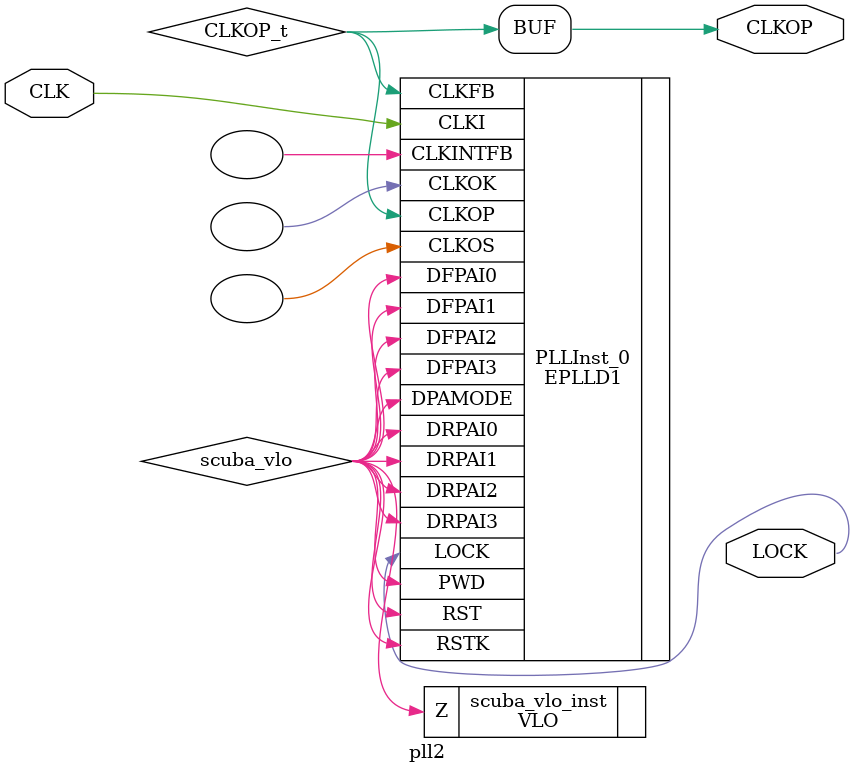
<source format=v>
/* Verilog netlist generated by SCUBA Diamond_1.1_Production (517) */
/* Module Version: 5.2 */
/* C:\lscc\diamond\1.1\ispfpga\bin\nt\scuba.exe -w -n pll2 -lang verilog -synth synplify -arch mg5a00 -type pll -fin 25 -phase_cntl STATIC -fclkop 100 -fclkop_tol 0.0 -fb_mode CLOCKTREE -noclkos -noclkok -norst -noclkok2 -e  */
/* Thu Dec 23 15:34:26 2010 */


`timescale 1 ns / 1 ps
module pll2 (CLK, CLKOP, LOCK)/* synthesis syn_noprune=1 */;// exemplar attribute pll2 dont_touch true 
    input wire CLK;
    output wire CLKOP;
    output wire LOCK;

    wire CLKOP_t;
    wire scuba_vlo;

    VLO scuba_vlo_inst (.Z(scuba_vlo));

    // synopsys translate_off
    defparam PLLInst_0.CLKOK_BYPASS = "DISABLED" ;
    defparam PLLInst_0.CLKOS_BYPASS = "DISABLED" ;
    defparam PLLInst_0.CLKOP_BYPASS = "DISABLED" ;
    defparam PLLInst_0.PHASE_CNTL = "STATIC" ;
    defparam PLLInst_0.DUTY = 8 ;
    defparam PLLInst_0.PHASEADJ = "0.0" ;
    defparam PLLInst_0.CLKOK_DIV = 2 ;
    defparam PLLInst_0.CLKOP_DIV = 8 ;
    defparam PLLInst_0.CLKFB_DIV = 4 ;
    defparam PLLInst_0.CLKI_DIV = 1 ;
    // synopsys translate_on
    EPLLD1 PLLInst_0 (.CLKI(CLK), .CLKFB(CLKOP_t), .RST(scuba_vlo), .RSTK(scuba_vlo), 
        .DPAMODE(scuba_vlo), .DRPAI3(scuba_vlo), .DRPAI2(scuba_vlo), .DRPAI1(scuba_vlo), 
        .DRPAI0(scuba_vlo), .DFPAI3(scuba_vlo), .DFPAI2(scuba_vlo), .DFPAI1(scuba_vlo), 
        .DFPAI0(scuba_vlo), .PWD(scuba_vlo), .CLKOP(CLKOP_t), .CLKOS(), 
        .CLKOK(), .LOCK(LOCK), .CLKINTFB())
             /* synthesis CLKOK_BYPASS="DISABLED" */
             /* synthesis CLKOS_BYPASS="DISABLED" */
             /* synthesis FREQUENCY_PIN_CLKOP="100.000000" */
             /* synthesis CLKOP_BYPASS="DISABLED" */
             /* synthesis PHASE_CNTL="STATIC" */
             /* synthesis DUTY="8" */
             /* synthesis PHASEADJ="0.0" */
             /* synthesis FREQUENCY_PIN_CLKI="25.000000" */
             /* synthesis FREQUENCY_PIN_CLKOK="50.000000" */
             /* synthesis CLKOK_DIV="2" */
             /* synthesis CLKOP_DIV="8" */
             /* synthesis CLKFB_DIV="4" */
             /* synthesis CLKI_DIV="1" */
             /* synthesis FIN="25.000000" */;

    assign CLKOP = CLKOP_t;


    // exemplar begin
    // exemplar attribute PLLInst_0 CLKOK_BYPASS DISABLED
    // exemplar attribute PLLInst_0 CLKOS_BYPASS DISABLED
    // exemplar attribute PLLInst_0 FREQUENCY_PIN_CLKOP 100.000000
    // exemplar attribute PLLInst_0 CLKOP_BYPASS DISABLED
    // exemplar attribute PLLInst_0 PHASE_CNTL STATIC
    // exemplar attribute PLLInst_0 DUTY 8
    // exemplar attribute PLLInst_0 PHASEADJ 0.0
    // exemplar attribute PLLInst_0 FREQUENCY_PIN_CLKI 25.000000
    // exemplar attribute PLLInst_0 FREQUENCY_PIN_CLKOK 50.000000
    // exemplar attribute PLLInst_0 CLKOK_DIV 2
    // exemplar attribute PLLInst_0 CLKOP_DIV 8
    // exemplar attribute PLLInst_0 CLKFB_DIV 4
    // exemplar attribute PLLInst_0 CLKI_DIV 1
    // exemplar attribute PLLInst_0 FIN 25.000000
    // exemplar end

endmodule

</source>
